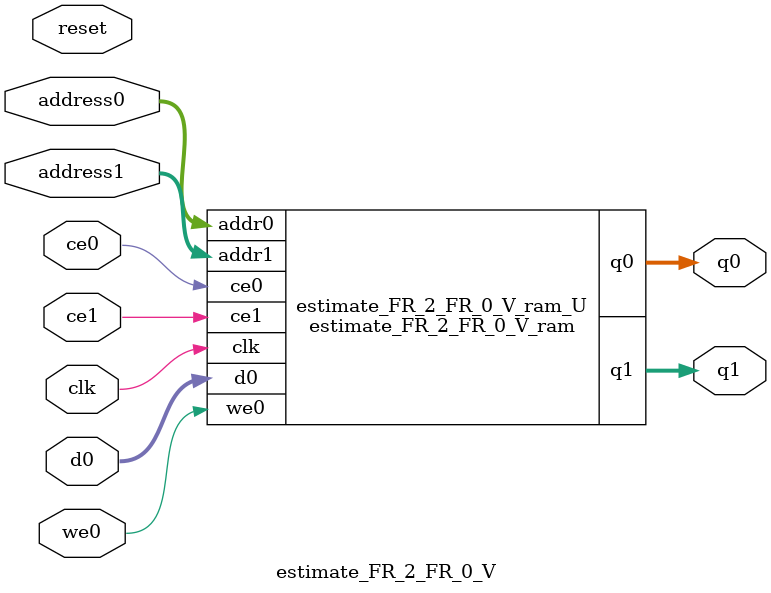
<source format=v>
`timescale 1 ns / 1 ps
module estimate_FR_2_FR_0_V_ram (addr0, ce0, d0, we0, q0, addr1, ce1, q1,  clk);

parameter DWIDTH = 7;
parameter AWIDTH = 3;
parameter MEM_SIZE = 8;

input[AWIDTH-1:0] addr0;
input ce0;
input[DWIDTH-1:0] d0;
input we0;
output reg[DWIDTH-1:0] q0;
input[AWIDTH-1:0] addr1;
input ce1;
output reg[DWIDTH-1:0] q1;
input clk;

(* ram_style = "distributed" *)reg [DWIDTH-1:0] ram[0:MEM_SIZE-1];




always @(posedge clk)  
begin 
    if (ce0) 
    begin
        if (we0) 
        begin 
            ram[addr0] <= d0; 
        end 
        q0 <= ram[addr0];
    end
end


always @(posedge clk)  
begin 
    if (ce1) 
    begin
        q1 <= ram[addr1];
    end
end


endmodule

`timescale 1 ns / 1 ps
module estimate_FR_2_FR_0_V(
    reset,
    clk,
    address0,
    ce0,
    we0,
    d0,
    q0,
    address1,
    ce1,
    q1);

parameter DataWidth = 32'd7;
parameter AddressRange = 32'd8;
parameter AddressWidth = 32'd3;
input reset;
input clk;
input[AddressWidth - 1:0] address0;
input ce0;
input we0;
input[DataWidth - 1:0] d0;
output[DataWidth - 1:0] q0;
input[AddressWidth - 1:0] address1;
input ce1;
output[DataWidth - 1:0] q1;



estimate_FR_2_FR_0_V_ram estimate_FR_2_FR_0_V_ram_U(
    .clk( clk ),
    .addr0( address0 ),
    .ce0( ce0 ),
    .we0( we0 ),
    .d0( d0 ),
    .q0( q0 ),
    .addr1( address1 ),
    .ce1( ce1 ),
    .q1( q1 ));

endmodule


</source>
